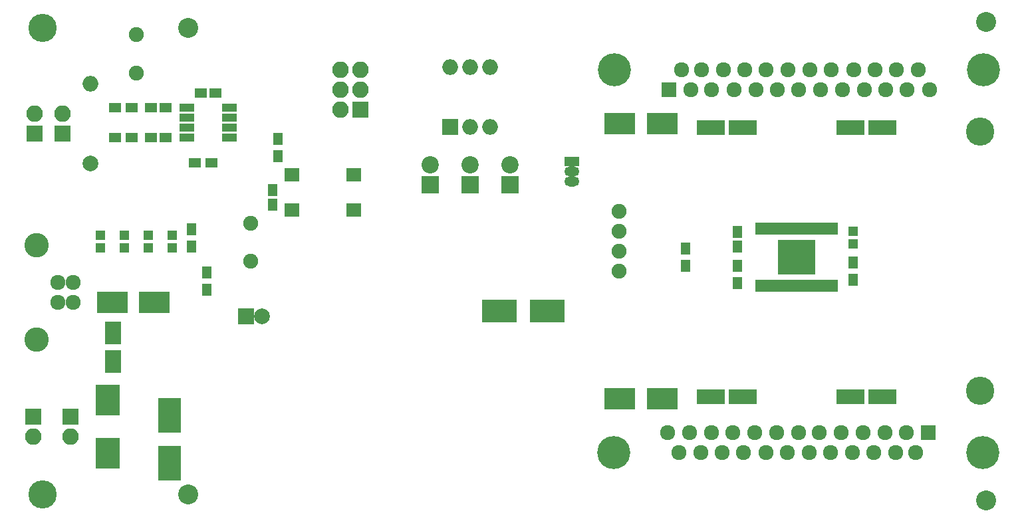
<source format=gts>
%TF.GenerationSoftware,KiCad,Pcbnew,4.0.7*%
%TF.CreationDate,2018-01-21T19:25:00+01:00*%
%TF.ProjectId,blinCAN,626C696E43414E2E6B696361645F7063,0.1*%
%TF.FileFunction,Soldermask,Top*%
%FSLAX46Y46*%
G04 Gerber Fmt 4.6, Leading zero omitted, Abs format (unit mm)*
G04 Created by KiCad (PCBNEW 4.0.7) date 01/21/18 19:25:00*
%MOMM*%
%LPD*%
G01*
G04 APERTURE LIST*
%ADD10C,0.050000*%
%ADD11C,3.600000*%
%ADD12R,1.600000X1.150000*%
%ADD13R,1.200000X1.200000*%
%ADD14R,1.300000X1.600000*%
%ADD15R,1.600000X1.300000*%
%ADD16R,1.950000X1.700000*%
%ADD17C,1.900000*%
%ADD18R,2.200000X2.200000*%
%ADD19C,2.200000*%
%ADD20R,4.400000X2.900000*%
%ADD21R,2.900000X4.400000*%
%ADD22R,1.150000X1.600000*%
%ADD23R,3.100000X3.900000*%
%ADD24R,3.900000X2.700000*%
%ADD25R,2.000000X3.000000*%
%ADD26R,3.600000X1.900000*%
%ADD27R,2.000000X2.000000*%
%ADD28C,2.000000*%
%ADD29O,2.000000X2.000000*%
%ADD30R,2.100000X2.100000*%
%ADD31O,2.100000X2.100000*%
%ADD32C,1.920000*%
%ADD33C,3.100000*%
%ADD34C,4.210000*%
%ADD35R,1.920000X1.920000*%
%ADD36O,1.900000X1.300000*%
%ADD37R,1.900000X1.300000*%
%ADD38R,1.950000X1.000000*%
%ADD39R,0.800000X1.600000*%
%ADD40R,4.760000X4.510000*%
%ADD41C,2.540000*%
G04 APERTURE END LIST*
D10*
D11*
X155067000Y-96520000D03*
X155067000Y-63500000D03*
X35687000Y-50292000D03*
D12*
X57719000Y-58547000D03*
X55819000Y-58547000D03*
X49469000Y-60452000D03*
X51369000Y-60452000D03*
X49469000Y-64262000D03*
X51369000Y-64262000D03*
D13*
X49149000Y-78270000D03*
X49149000Y-76670000D03*
X52197000Y-78270000D03*
X52197000Y-76670000D03*
X43053000Y-78270000D03*
X43053000Y-76670000D03*
X46101000Y-78270000D03*
X46101000Y-76670000D03*
D14*
X56642000Y-83650000D03*
X56642000Y-81450000D03*
X54673500Y-75925500D03*
X54673500Y-78125500D03*
D15*
X55034000Y-67437000D03*
X57234000Y-67437000D03*
X44874000Y-60452000D03*
X47074000Y-60452000D03*
X44874000Y-64262000D03*
X47074000Y-64262000D03*
D16*
X67399000Y-68997000D03*
X75349000Y-68997000D03*
X67399000Y-73497000D03*
X75349000Y-73497000D03*
D17*
X62230000Y-80010000D03*
X62230000Y-75130000D03*
X47625000Y-51152400D03*
X47625000Y-56032400D03*
D18*
X85090000Y-70281800D03*
D19*
X85090000Y-67741800D03*
D18*
X90170000Y-70281800D03*
D19*
X90170000Y-67741800D03*
D18*
X95250000Y-70281800D03*
D19*
X95250000Y-67741800D03*
D14*
X65659000Y-64432000D03*
X65659000Y-66632000D03*
D20*
X99951000Y-86360000D03*
X93851000Y-86360000D03*
D21*
X51841400Y-99667600D03*
X51841400Y-105767600D03*
D22*
X65024000Y-70932000D03*
X65024000Y-72832000D03*
D23*
X44018200Y-97692000D03*
X44018200Y-104492000D03*
D24*
X49944000Y-85217000D03*
X44544000Y-85217000D03*
D25*
X44704000Y-89132000D03*
X44704000Y-92732000D03*
D22*
X124206000Y-78166000D03*
X124206000Y-76266000D03*
D26*
X138589000Y-97282000D03*
X142589000Y-97282000D03*
X138589000Y-62992000D03*
X142589000Y-62992000D03*
X124809000Y-62992000D03*
X120809000Y-62992000D03*
X124809000Y-97282000D03*
X120809000Y-97282000D03*
D13*
X138938000Y-76162000D03*
X138938000Y-77762000D03*
D14*
X117602000Y-78402000D03*
X117602000Y-80602000D03*
X138938000Y-80180000D03*
X138938000Y-82380000D03*
X124206000Y-82761000D03*
X124206000Y-80561000D03*
D24*
X114587000Y-97536000D03*
X109187000Y-97536000D03*
X114587000Y-62484000D03*
X109187000Y-62484000D03*
D27*
X61595000Y-86995000D03*
D28*
X63595000Y-86995000D03*
D27*
X87630000Y-62915800D03*
D29*
X92710000Y-55295800D03*
X90170000Y-62915800D03*
X90170000Y-55295800D03*
X92710000Y-62915800D03*
X87630000Y-55295800D03*
D30*
X34544000Y-99822000D03*
D31*
X34544000Y-102362000D03*
D30*
X39268400Y-99822000D03*
D31*
X39268400Y-102362000D03*
D30*
X76123800Y-60655200D03*
D31*
X73583800Y-60655200D03*
X76123800Y-58115200D03*
X73583800Y-58115200D03*
X76123800Y-55575200D03*
X73583800Y-55575200D03*
D32*
X39624000Y-82677000D03*
X39624000Y-85217000D03*
X37624000Y-85217000D03*
X37624000Y-82677000D03*
D33*
X34924000Y-77947000D03*
X34924000Y-89947000D03*
D30*
X34671000Y-63754000D03*
D31*
X34671000Y-61214000D03*
D30*
X38227000Y-63754000D03*
D31*
X38227000Y-61214000D03*
D34*
X108448200Y-104394000D03*
X155438200Y-104394000D03*
D35*
X148458200Y-101854000D03*
D32*
X145668200Y-101854000D03*
X142998200Y-101854000D03*
X140198200Y-101854000D03*
X137408200Y-101854000D03*
X134618200Y-101854000D03*
X131948200Y-101854000D03*
X129158200Y-101854000D03*
X126358200Y-101854000D03*
X123568200Y-101854000D03*
X120898200Y-101854000D03*
X118108200Y-101854000D03*
X115308200Y-101854000D03*
X146888200Y-104394000D03*
X144348200Y-104394000D03*
X141548200Y-104394000D03*
X138808200Y-104394000D03*
X136058200Y-104394000D03*
X133268200Y-104394000D03*
X130528200Y-104394000D03*
X127778200Y-104394000D03*
X124938200Y-104394000D03*
X122248200Y-104394000D03*
X119498200Y-104394000D03*
X116708200Y-104394000D03*
D34*
X155453000Y-55626000D03*
X108463000Y-55626000D03*
D35*
X115443000Y-58166000D03*
D32*
X118233000Y-58166000D03*
X120903000Y-58166000D03*
X123703000Y-58166000D03*
X126493000Y-58166000D03*
X129283000Y-58166000D03*
X131953000Y-58166000D03*
X134743000Y-58166000D03*
X137543000Y-58166000D03*
X140333000Y-58166000D03*
X143003000Y-58166000D03*
X145793000Y-58166000D03*
X148593000Y-58166000D03*
X117013000Y-55626000D03*
X119553000Y-55626000D03*
X122353000Y-55626000D03*
X125093000Y-55626000D03*
X127843000Y-55626000D03*
X130633000Y-55626000D03*
X133373000Y-55626000D03*
X136123000Y-55626000D03*
X138963000Y-55626000D03*
X141653000Y-55626000D03*
X144403000Y-55626000D03*
X147193000Y-55626000D03*
D28*
X41783000Y-67564000D03*
D29*
X41783000Y-57404000D03*
D17*
X109093000Y-81280000D03*
X109093000Y-73660000D03*
X109093000Y-76200000D03*
X109093000Y-78740000D03*
D36*
X103047800Y-68580000D03*
X103047800Y-69850000D03*
D37*
X103047800Y-67310000D03*
D38*
X59476600Y-64262000D03*
X59476600Y-62992000D03*
X59476600Y-61722000D03*
X59476600Y-60452000D03*
X54076600Y-60452000D03*
X54076600Y-61722000D03*
X54076600Y-62992000D03*
X54076600Y-64262000D03*
D39*
X126824000Y-83152000D03*
X127474000Y-83152000D03*
X128124000Y-83152000D03*
X128774000Y-83152000D03*
X129424000Y-83152000D03*
X130074000Y-83152000D03*
X130724000Y-83152000D03*
X131374000Y-83152000D03*
X132024000Y-83152000D03*
X132674000Y-83152000D03*
X133324000Y-83152000D03*
X133974000Y-83152000D03*
X134624000Y-83152000D03*
X135274000Y-83152000D03*
X135924000Y-83152000D03*
X136574000Y-83152000D03*
X136574000Y-75852000D03*
X135924000Y-75852000D03*
X135274000Y-75852000D03*
X134624000Y-75852000D03*
X133974000Y-75852000D03*
X133324000Y-75852000D03*
X132674000Y-75852000D03*
X132024000Y-75852000D03*
X131374000Y-75852000D03*
X130724000Y-75852000D03*
X130074000Y-75852000D03*
X129424000Y-75852000D03*
X128774000Y-75852000D03*
X128124000Y-75852000D03*
X127474000Y-75852000D03*
X126824000Y-75852000D03*
D40*
X131699000Y-79502000D03*
D11*
X35687000Y-109728000D03*
D41*
X155829000Y-110490000D03*
X155829000Y-49530000D03*
X54229000Y-50292000D03*
X54229000Y-109728000D03*
M02*

</source>
